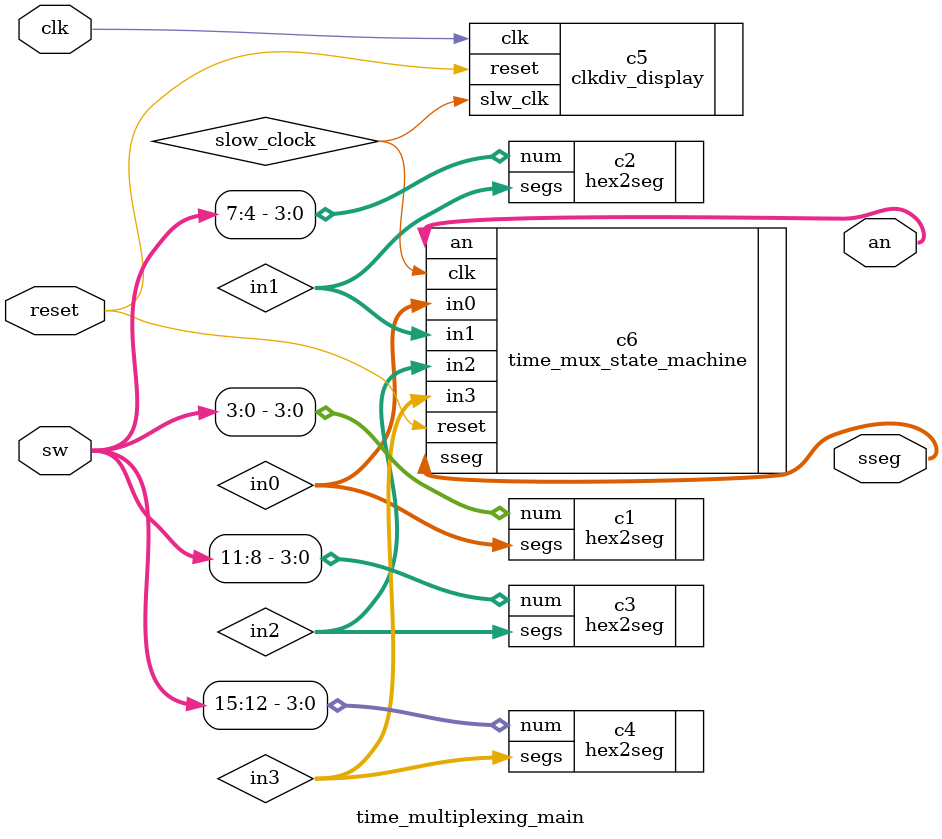
<source format=v>
`timescale 1ns / 1ps


module time_multiplexing_main(
    input clk,
    input reset,
    input [15:0] sw,
    output [3:0] an,
    output [6:0] sseg
    );
    
    wire [6:0] in0, in1, in2, in3;
    wire slow_clock;
    hex2seg c1 ( .num(sw[3:0]), .segs(in0));
    hex2seg c2 ( .num(sw[7:4]), .segs(in1));
    hex2seg c3 ( .num(sw[11:8]), .segs(in2));
    hex2seg c4 ( .num(sw[15:12]), .segs(in3));
    clkdiv_display c5(.clk(clk), .reset(reset), .slw_clk(slow_clock));
    
    time_mux_state_machine c6(
        .clk (slow_clock),
        .reset (reset),
        .in0(in0),
        .in1(in1),
        .in2(in2),
        .in3(in3),
        .an(an),
        .sseg(sseg)
        );
endmodule

</source>
